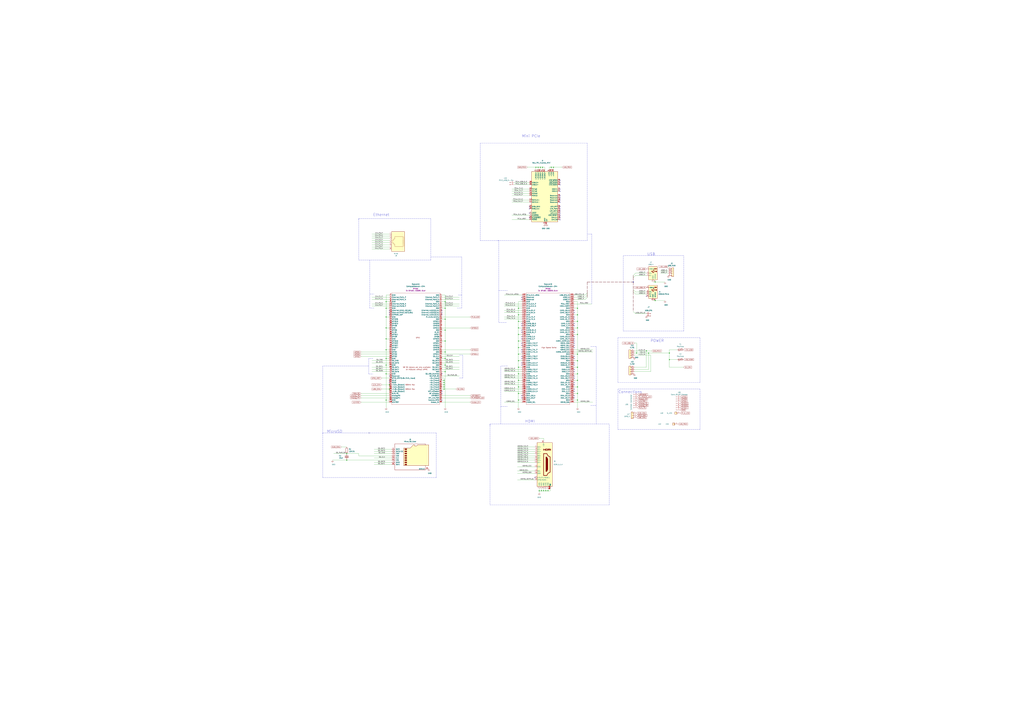
<source format=kicad_sch>
(kicad_sch (version 20201015) (generator eeschema)
  (paper "A0")
  (junction (at 402.59 527.05) (diameter 0.9144))
  (junction (at 402.59 534.67) (diameter 0.9144))
  (junction (at 448.31 350.52) (diameter 0.9144))
  (junction (at 448.31 358.14) (diameter 0.9144))
  (junction (at 448.31 368.3) (diameter 0.9144))
  (junction (at 448.31 381) (diameter 0.9144))
  (junction (at 448.31 393.7) (diameter 0.9144))
  (junction (at 448.31 406.4) (diameter 0.9144))
  (junction (at 448.31 416.56) (diameter 0.9144))
  (junction (at 448.31 424.18) (diameter 0.9144))
  (junction (at 448.31 434.34) (diameter 0.9144))
  (junction (at 448.31 464.82) (diameter 0.9144))
  (junction (at 452.12 447.04) (diameter 0.9144))
  (junction (at 452.12 452.12) (diameter 0.9144))
  (junction (at 515.62 441.96) (diameter 0.9144))
  (junction (at 515.62 444.5) (diameter 0.9144))
  (junction (at 515.62 447.04) (diameter 0.9144))
  (junction (at 515.62 449.58) (diameter 0.9144))
  (junction (at 515.62 452.12) (diameter 0.9144))
  (junction (at 516.89 350.52) (diameter 0.9144))
  (junction (at 516.89 358.14) (diameter 0.9144))
  (junction (at 516.89 370.84) (diameter 0.9144))
  (junction (at 516.89 383.54) (diameter 0.9144))
  (junction (at 516.89 396.24) (diameter 0.9144))
  (junction (at 516.89 408.94) (diameter 0.9144))
  (junction (at 516.89 416.56) (diameter 0.9144))
  (junction (at 516.89 424.18) (diameter 0.9144))
  (junction (at 516.89 431.8) (diameter 0.9144))
  (junction (at 601.98 358.14) (diameter 0.9144))
  (junction (at 601.98 365.76) (diameter 0.9144))
  (junction (at 601.98 373.38) (diameter 0.9144))
  (junction (at 601.98 381) (diameter 0.9144))
  (junction (at 601.98 388.62) (diameter 0.9144))
  (junction (at 601.98 396.24) (diameter 0.9144))
  (junction (at 601.98 403.86) (diameter 0.9144))
  (junction (at 601.98 411.48) (diameter 0.9144))
  (junction (at 601.98 419.1) (diameter 0.9144))
  (junction (at 601.98 426.72) (diameter 0.9144))
  (junction (at 601.98 434.34) (diameter 0.9144))
  (junction (at 601.98 441.96) (diameter 0.9144))
  (junction (at 601.98 449.58) (diameter 0.9144))
  (junction (at 601.98 457.2) (diameter 0.9144))
  (junction (at 601.98 464.82) (diameter 0.9144))
  (junction (at 622.3 194.31) (diameter 0.9144))
  (junction (at 624.84 194.31) (diameter 0.9144))
  (junction (at 626.11 570.23) (diameter 0.9144))
  (junction (at 627.38 194.31) (diameter 0.9144))
  (junction (at 628.65 570.23) (diameter 0.9144))
  (junction (at 629.92 194.31) (diameter 0.9144))
  (junction (at 631.19 570.23) (diameter 0.9144))
  (junction (at 633.73 570.23) (diameter 0.9144))
  (junction (at 636.27 570.23) (diameter 0.9144))
  (junction (at 640.08 194.31) (diameter 0.9144))
  (junction (at 642.62 194.31) (diameter 0.9144))
  (junction (at 670.56 358.14) (diameter 0.9144))
  (junction (at 670.56 365.76) (diameter 0.9144))
  (junction (at 670.56 373.38) (diameter 0.9144))
  (junction (at 670.56 381) (diameter 0.9144))
  (junction (at 670.56 388.62) (diameter 0.9144))
  (junction (at 670.56 411.48) (diameter 0.9144))
  (junction (at 670.56 419.1) (diameter 0.9144))
  (junction (at 670.56 426.72) (diameter 0.9144))
  (junction (at 670.56 434.34) (diameter 0.9144))
  (junction (at 670.56 441.96) (diameter 0.9144))
  (junction (at 670.56 449.58) (diameter 0.9144))
  (junction (at 670.56 457.2) (diameter 0.9144))
  (junction (at 670.56 464.82) (diameter 0.9144))
  (junction (at 739.14 410.21) (diameter 0.9144))
  (junction (at 750.57 407.67) (diameter 0.9144))
  (junction (at 753.11 410.21) (diameter 0.9144))
  (junction (at 760.73 327.66) (diameter 0.9144))
  (junction (at 760.73 349.25) (diameter 0.9144))
  (junction (at 777.24 410.21) (diameter 0.9144))
  (junction (at 777.24 417.83) (diameter 0.9144))
  (junction (at 735.33 327.66) (diameter 0.9144))
  (no_connect (at 650.24 234.95))
  (no_connect (at 605.79 391.16))
  (no_connect (at 666.75 452.12))
  (no_connect (at 614.68 242.57))
  (no_connect (at 614.68 240.03))
  (no_connect (at 605.79 386.08))
  (no_connect (at 666.75 416.56))
  (no_connect (at 513.08 363.22))
  (no_connect (at 452.12 360.68))
  (no_connect (at 605.79 378.46))
  (no_connect (at 605.79 416.56))
  (no_connect (at 666.75 439.42))
  (no_connect (at 666.75 396.24))
  (no_connect (at 605.79 421.64))
  (no_connect (at 513.08 457.2))
  (no_connect (at 650.24 240.03))
  (no_connect (at 666.75 375.92))
  (no_connect (at 666.75 444.5))
  (no_connect (at 666.75 391.16))
  (no_connect (at 452.12 436.88))
  (no_connect (at 605.79 424.18))
  (no_connect (at 650.24 250.19))
  (no_connect (at 513.08 434.34))
  (no_connect (at 650.24 222.25))
  (no_connect (at 650.24 209.55))
  (no_connect (at 605.79 345.44))
  (no_connect (at 605.79 375.92))
  (no_connect (at 666.75 386.08))
  (no_connect (at 666.75 368.3))
  (no_connect (at 605.79 408.94))
  (no_connect (at 605.79 462.28))
  (no_connect (at 666.75 431.8))
  (no_connect (at 650.24 212.09))
  (no_connect (at 650.24 227.33))
  (no_connect (at 666.75 393.7))
  (no_connect (at 614.68 252.73))
  (no_connect (at 452.12 441.96))
  (no_connect (at 666.75 459.74))
  (no_connect (at 452.12 444.5))
  (no_connect (at 605.79 393.7))
  (no_connect (at 605.79 347.98))
  (no_connect (at 605.79 406.4))
  (no_connect (at 666.75 401.32))
  (no_connect (at 650.24 247.65))
  (no_connect (at 452.12 363.22))
  (no_connect (at 513.08 365.76))
  (no_connect (at 666.75 462.28))
  (no_connect (at 513.08 360.68))
  (no_connect (at 605.79 398.78))
  (no_connect (at 750.57 344.17))
  (no_connect (at 650.24 242.57))
  (no_connect (at 452.12 365.76))
  (no_connect (at 650.24 229.87))
  (no_connect (at 666.75 454.66))
  (no_connect (at 666.75 363.22))
  (no_connect (at 614.68 247.65))
  (no_connect (at 666.75 414.02))
  (no_connect (at 605.79 459.74))
  (no_connect (at 650.24 245.11))
  (no_connect (at 666.75 424.18))
  (no_connect (at 666.75 398.78))
  (no_connect (at 666.75 370.84))
  (no_connect (at 666.75 421.64))
  (no_connect (at 666.75 360.68))
  (no_connect (at 666.75 436.88))
  (no_connect (at 666.75 447.04))
  (no_connect (at 621.03 554.99))
  (no_connect (at 605.79 414.02))
  (no_connect (at 513.08 454.66))
  (no_connect (at 666.75 403.86))
  (no_connect (at 666.75 383.54))
  (no_connect (at 650.24 219.71))
  (no_connect (at 666.75 378.46))
  (no_connect (at 605.79 401.32))
  (no_connect (at 650.24 232.41))
  (no_connect (at 650.24 214.63))
  (no_connect (at 513.08 464.82))
  (no_connect (at 666.75 429.26))
  (no_connect (at 605.79 383.54))
  (no_connect (at 650.24 252.73))
  (no_connect (at 650.24 255.27))
  (bus_entry (at 681.99 340.36) (size -2.54 2.54) (stroke (width 0.1524)))
  (bus_entry (at 681.99 342.9) (size -2.54 2.54) (stroke (width 0.1524)))
  (bus_entry (at 681.99 345.44) (size -2.54 2.54) (stroke (width 0.1524)))
  (bus_entry (at 737.87 317.5) (size -2.54 2.54) (stroke (width 0.1524)))
  (bus_entry (at 737.87 320.04) (size -2.54 2.54) (stroke (width 0.1524)))
  (bus_entry (at 737.87 339.09) (size -2.54 -2.54) (stroke (width 0.1524)))
  (bus_entry (at 737.87 341.63) (size -2.54 -2.54) (stroke (width 0.1524)))
  (bus_entry (at 737.87 364.49) (size -2.54 -2.54) (stroke (width 0.1524)))
  (wire (pts (xy 386.08 534.67) (xy 402.59 534.67)))
  (wire (pts (xy 387.35 527.05) (xy 402.59 527.05)))
  (wire (pts (xy 396.24 519.43) (xy 402.59 519.43)))
  (wire (pts (xy 402.59 527.05) (xy 416.56 527.05)))
  (wire (pts (xy 402.59 534.67) (xy 454.66 534.67)))
  (wire (pts (xy 416.56 527.05) (xy 416.56 529.59)))
  (wire (pts (xy 416.56 529.59) (xy 454.66 529.59)))
  (wire (pts (xy 419.1 408.94) (xy 452.12 408.94)))
  (wire (pts (xy 419.1 411.48) (xy 452.12 411.48)))
  (wire (pts (xy 419.1 414.02) (xy 452.12 414.02)))
  (wire (pts (xy 419.1 457.2) (xy 452.12 457.2)))
  (wire (pts (xy 419.1 459.74) (xy 452.12 459.74)))
  (wire (pts (xy 419.1 462.28) (xy 452.12 462.28)))
  (wire (pts (xy 419.1 467.36) (xy 452.12 467.36)))
  (wire (pts (xy 431.8 271.78) (xy 452.12 271.78)))
  (wire (pts (xy 431.8 274.32) (xy 452.12 274.32)))
  (wire (pts (xy 431.8 276.86) (xy 452.12 276.86)))
  (wire (pts (xy 431.8 279.4) (xy 452.12 279.4)))
  (wire (pts (xy 431.8 281.94) (xy 452.12 281.94)))
  (wire (pts (xy 431.8 284.48) (xy 452.12 284.48)))
  (wire (pts (xy 431.8 287.02) (xy 452.12 287.02)))
  (wire (pts (xy 431.8 289.56) (xy 452.12 289.56)))
  (wire (pts (xy 431.8 345.44) (xy 452.12 345.44)))
  (wire (pts (xy 431.8 347.98) (xy 452.12 347.98)))
  (wire (pts (xy 431.8 353.06) (xy 452.12 353.06)))
  (wire (pts (xy 431.8 355.6) (xy 452.12 355.6)))
  (wire (pts (xy 431.8 419.1) (xy 452.12 419.1)))
  (wire (pts (xy 431.8 421.64) (xy 452.12 421.64)))
  (wire (pts (xy 431.8 426.72) (xy 452.12 426.72)))
  (wire (pts (xy 431.8 429.26) (xy 452.12 429.26)))
  (wire (pts (xy 431.8 431.8) (xy 452.12 431.8)))
  (wire (pts (xy 434.34 521.97) (xy 454.66 521.97)))
  (wire (pts (xy 434.34 524.51) (xy 454.66 524.51)))
  (wire (pts (xy 434.34 527.05) (xy 454.66 527.05)))
  (wire (pts (xy 434.34 532.13) (xy 454.66 532.13)))
  (wire (pts (xy 434.34 537.21) (xy 454.66 537.21)))
  (wire (pts (xy 434.34 539.75) (xy 454.66 539.75)))
  (wire (pts (xy 443.23 439.42) (xy 452.12 439.42)))
  (wire (pts (xy 443.23 447.04) (xy 452.12 447.04)))
  (wire (pts (xy 443.23 452.12) (xy 452.12 452.12)))
  (wire (pts (xy 448.31 342.9) (xy 452.12 342.9)))
  (wire (pts (xy 448.31 350.52) (xy 448.31 342.9)))
  (wire (pts (xy 448.31 350.52) (xy 452.12 350.52)))
  (wire (pts (xy 448.31 358.14) (xy 448.31 350.52)))
  (wire (pts (xy 448.31 358.14) (xy 452.12 358.14)))
  (wire (pts (xy 448.31 368.3) (xy 448.31 358.14)))
  (wire (pts (xy 448.31 368.3) (xy 452.12 368.3)))
  (wire (pts (xy 448.31 381) (xy 448.31 368.3)))
  (wire (pts (xy 448.31 381) (xy 452.12 381)))
  (wire (pts (xy 448.31 393.7) (xy 448.31 381)))
  (wire (pts (xy 448.31 393.7) (xy 452.12 393.7)))
  (wire (pts (xy 448.31 406.4) (xy 448.31 393.7)))
  (wire (pts (xy 448.31 406.4) (xy 452.12 406.4)))
  (wire (pts (xy 448.31 416.56) (xy 448.31 406.4)))
  (wire (pts (xy 448.31 416.56) (xy 452.12 416.56)))
  (wire (pts (xy 448.31 424.18) (xy 448.31 416.56)))
  (wire (pts (xy 448.31 424.18) (xy 452.12 424.18)))
  (wire (pts (xy 448.31 434.34) (xy 448.31 424.18)))
  (wire (pts (xy 448.31 434.34) (xy 452.12 434.34)))
  (wire (pts (xy 448.31 464.82) (xy 448.31 434.34)))
  (wire (pts (xy 448.31 464.82) (xy 452.12 464.82)))
  (wire (pts (xy 448.31 473.71) (xy 448.31 464.82)))
  (wire (pts (xy 452.12 447.04) (xy 452.12 449.58)))
  (wire (pts (xy 452.12 452.12) (xy 452.12 454.66)))
  (wire (pts (xy 513.08 345.44) (xy 533.4 345.44)))
  (wire (pts (xy 513.08 347.98) (xy 533.4 347.98)))
  (wire (pts (xy 513.08 350.52) (xy 516.89 350.52)))
  (wire (pts (xy 513.08 353.06) (xy 533.4 353.06)))
  (wire (pts (xy 513.08 355.6) (xy 533.4 355.6)))
  (wire (pts (xy 513.08 358.14) (xy 516.89 358.14)))
  (wire (pts (xy 513.08 368.3) (xy 546.1 368.3)))
  (wire (pts (xy 513.08 370.84) (xy 516.89 370.84)))
  (wire (pts (xy 513.08 381) (xy 546.1 381)))
  (wire (pts (xy 513.08 383.54) (xy 516.89 383.54)))
  (wire (pts (xy 513.08 396.24) (xy 516.89 396.24)))
  (wire (pts (xy 513.08 406.4) (xy 546.1 406.4)))
  (wire (pts (xy 513.08 408.94) (xy 516.89 408.94)))
  (wire (pts (xy 513.08 411.48) (xy 546.1 411.48)))
  (wire (pts (xy 513.08 414.02) (xy 533.4 414.02)))
  (wire (pts (xy 513.08 416.56) (xy 516.89 416.56)))
  (wire (pts (xy 513.08 419.1) (xy 533.4 419.1)))
  (wire (pts (xy 513.08 421.64) (xy 533.4 421.64)))
  (wire (pts (xy 513.08 424.18) (xy 516.89 424.18)))
  (wire (pts (xy 513.08 426.72) (xy 533.4 426.72)))
  (wire (pts (xy 513.08 429.26) (xy 533.4 429.26)))
  (wire (pts (xy 513.08 431.8) (xy 516.89 431.8)))
  (wire (pts (xy 513.08 436.88) (xy 533.4 436.88)))
  (wire (pts (xy 513.08 441.96) (xy 515.62 441.96)))
  (wire (pts (xy 513.08 444.5) (xy 515.62 444.5)))
  (wire (pts (xy 513.08 447.04) (xy 515.62 447.04)))
  (wire (pts (xy 513.08 449.58) (xy 515.62 449.58)))
  (wire (pts (xy 513.08 452.12) (xy 515.62 452.12)))
  (wire (pts (xy 513.08 459.74) (xy 546.1 459.74)))
  (wire (pts (xy 513.08 462.28) (xy 546.1 462.28)))
  (wire (pts (xy 513.08 467.36) (xy 546.1 467.36)))
  (wire (pts (xy 515.62 439.42) (xy 513.08 439.42)))
  (wire (pts (xy 515.62 441.96) (xy 515.62 439.42)))
  (wire (pts (xy 515.62 444.5) (xy 515.62 441.96)))
  (wire (pts (xy 515.62 447.04) (xy 515.62 444.5)))
  (wire (pts (xy 515.62 449.58) (xy 515.62 447.04)))
  (wire (pts (xy 515.62 452.12) (xy 515.62 449.58)))
  (wire (pts (xy 516.89 342.9) (xy 513.08 342.9)))
  (wire (pts (xy 516.89 350.52) (xy 516.89 342.9)))
  (wire (pts (xy 516.89 358.14) (xy 516.89 350.52)))
  (wire (pts (xy 516.89 370.84) (xy 516.89 358.14)))
  (wire (pts (xy 516.89 383.54) (xy 516.89 370.84)))
  (wire (pts (xy 516.89 396.24) (xy 516.89 383.54)))
  (wire (pts (xy 516.89 408.94) (xy 516.89 396.24)))
  (wire (pts (xy 516.89 416.56) (xy 516.89 408.94)))
  (wire (pts (xy 516.89 424.18) (xy 516.89 416.56)))
  (wire (pts (xy 516.89 431.8) (xy 516.89 424.18)))
  (wire (pts (xy 516.89 473.71) (xy 516.89 431.8)))
  (wire (pts (xy 529.59 452.12) (xy 515.62 452.12)))
  (wire (pts (xy 585.47 342.9) (xy 605.79 342.9)))
  (wire (pts (xy 585.47 353.06) (xy 605.79 353.06)))
  (wire (pts (xy 585.47 355.6) (xy 605.79 355.6)))
  (wire (pts (xy 585.47 360.68) (xy 605.79 360.68)))
  (wire (pts (xy 585.47 363.22) (xy 605.79 363.22)))
  (wire (pts (xy 585.47 368.3) (xy 605.79 368.3)))
  (wire (pts (xy 585.47 370.84) (xy 605.79 370.84)))
  (wire (pts (xy 585.47 429.26) (xy 605.79 429.26)))
  (wire (pts (xy 585.47 431.8) (xy 605.79 431.8)))
  (wire (pts (xy 585.47 436.88) (xy 605.79 436.88)))
  (wire (pts (xy 585.47 439.42) (xy 605.79 439.42)))
  (wire (pts (xy 585.47 444.5) (xy 605.79 444.5)))
  (wire (pts (xy 585.47 447.04) (xy 605.79 447.04)))
  (wire (pts (xy 585.47 452.12) (xy 605.79 452.12)))
  (wire (pts (xy 585.47 454.66) (xy 605.79 454.66)))
  (wire (pts (xy 585.47 467.36) (xy 605.79 467.36)))
  (wire (pts (xy 594.36 219.71) (xy 614.68 219.71)))
  (wire (pts (xy 594.36 222.25) (xy 614.68 222.25)))
  (wire (pts (xy 594.36 224.79) (xy 614.68 224.79)))
  (wire (pts (xy 594.36 227.33) (xy 614.68 227.33)))
  (wire (pts (xy 594.36 232.41) (xy 614.68 232.41)))
  (wire (pts (xy 594.36 234.95) (xy 614.68 234.95)))
  (wire (pts (xy 594.36 250.19) (xy 614.68 250.19)))
  (wire (pts (xy 596.9 212.09) (xy 614.68 212.09)))
  (wire (pts (xy 596.9 214.63) (xy 614.68 214.63)))
  (wire (pts (xy 600.71 519.43) (xy 621.03 519.43)))
  (wire (pts (xy 600.71 521.97) (xy 621.03 521.97)))
  (wire (pts (xy 600.71 524.51) (xy 621.03 524.51)))
  (wire (pts (xy 600.71 527.05) (xy 621.03 527.05)))
  (wire (pts (xy 600.71 529.59) (xy 621.03 529.59)))
  (wire (pts (xy 600.71 532.13) (xy 621.03 532.13)))
  (wire (pts (xy 600.71 534.67) (xy 621.03 534.67)))
  (wire (pts (xy 600.71 537.21) (xy 621.03 537.21)))
  (wire (pts (xy 600.71 542.29) (xy 621.03 542.29)))
  (wire (pts (xy 600.71 547.37) (xy 621.03 547.37)))
  (wire (pts (xy 600.71 549.91) (xy 621.03 549.91)))
  (wire (pts (xy 600.71 557.53) (xy 621.03 557.53)))
  (wire (pts (xy 601.98 350.52) (xy 605.79 350.52)))
  (wire (pts (xy 601.98 358.14) (xy 601.98 350.52)))
  (wire (pts (xy 601.98 358.14) (xy 605.79 358.14)))
  (wire (pts (xy 601.98 365.76) (xy 601.98 358.14)))
  (wire (pts (xy 601.98 365.76) (xy 605.79 365.76)))
  (wire (pts (xy 601.98 373.38) (xy 601.98 365.76)))
  (wire (pts (xy 601.98 373.38) (xy 605.79 373.38)))
  (wire (pts (xy 601.98 381) (xy 601.98 373.38)))
  (wire (pts (xy 601.98 381) (xy 605.79 381)))
  (wire (pts (xy 601.98 388.62) (xy 601.98 381)))
  (wire (pts (xy 601.98 388.62) (xy 605.79 388.62)))
  (wire (pts (xy 601.98 396.24) (xy 601.98 388.62)))
  (wire (pts (xy 601.98 396.24) (xy 605.79 396.24)))
  (wire (pts (xy 601.98 403.86) (xy 601.98 396.24)))
  (wire (pts (xy 601.98 403.86) (xy 605.79 403.86)))
  (wire (pts (xy 601.98 411.48) (xy 601.98 403.86)))
  (wire (pts (xy 601.98 411.48) (xy 605.79 411.48)))
  (wire (pts (xy 601.98 419.1) (xy 601.98 411.48)))
  (wire (pts (xy 601.98 419.1) (xy 605.79 419.1)))
  (wire (pts (xy 601.98 426.72) (xy 601.98 419.1)))
  (wire (pts (xy 601.98 426.72) (xy 605.79 426.72)))
  (wire (pts (xy 601.98 434.34) (xy 601.98 426.72)))
  (wire (pts (xy 601.98 434.34) (xy 605.79 434.34)))
  (wire (pts (xy 601.98 441.96) (xy 601.98 434.34)))
  (wire (pts (xy 601.98 441.96) (xy 605.79 441.96)))
  (wire (pts (xy 601.98 449.58) (xy 601.98 441.96)))
  (wire (pts (xy 601.98 449.58) (xy 605.79 449.58)))
  (wire (pts (xy 601.98 457.2) (xy 601.98 449.58)))
  (wire (pts (xy 601.98 457.2) (xy 605.79 457.2)))
  (wire (pts (xy 601.98 464.82) (xy 601.98 457.2)))
  (wire (pts (xy 601.98 464.82) (xy 605.79 464.82)))
  (wire (pts (xy 601.98 473.71) (xy 601.98 464.82)))
  (wire (pts (xy 612.14 194.31) (xy 622.3 194.31)))
  (wire (pts (xy 614.68 255.27) (xy 594.36 255.27)))
  (wire (pts (xy 622.3 194.31) (xy 624.84 194.31)))
  (wire (pts (xy 622.3 196.85) (xy 622.3 194.31)))
  (wire (pts (xy 624.84 194.31) (xy 624.84 196.85)))
  (wire (pts (xy 624.84 194.31) (xy 627.38 194.31)))
  (wire (pts (xy 626.11 567.69) (xy 626.11 570.23)))
  (wire (pts (xy 626.11 570.23) (xy 628.65 570.23)))
  (wire (pts (xy 626.11 572.77) (xy 626.11 570.23)))
  (wire (pts (xy 627.38 194.31) (xy 627.38 196.85)))
  (wire (pts (xy 627.38 194.31) (xy 629.92 194.31)))
  (wire (pts (xy 628.65 567.69) (xy 628.65 570.23)))
  (wire (pts (xy 628.65 570.23) (xy 631.19 570.23)))
  (wire (pts (xy 629.92 194.31) (xy 629.92 196.85)))
  (wire (pts (xy 629.92 194.31) (xy 632.46 194.31)))
  (wire (pts (xy 631.19 509.27) (xy 626.11 509.27)))
  (wire (pts (xy 631.19 511.81) (xy 631.19 509.27)))
  (wire (pts (xy 631.19 567.69) (xy 631.19 570.23)))
  (wire (pts (xy 631.19 570.23) (xy 633.73 570.23)))
  (wire (pts (xy 632.46 194.31) (xy 632.46 196.85)))
  (wire (pts (xy 633.73 567.69) (xy 633.73 570.23)))
  (wire (pts (xy 633.73 570.23) (xy 636.27 570.23)))
  (wire (pts (xy 636.27 567.69) (xy 636.27 570.23)))
  (wire (pts (xy 636.27 570.23) (xy 638.81 570.23)))
  (wire (pts (xy 637.54 194.31) (xy 640.08 194.31)))
  (wire (pts (xy 637.54 196.85) (xy 637.54 194.31)))
  (wire (pts (xy 638.81 570.23) (xy 638.81 567.69)))
  (wire (pts (xy 640.08 194.31) (xy 640.08 196.85)))
  (wire (pts (xy 640.08 194.31) (xy 642.62 194.31)))
  (wire (pts (xy 642.62 194.31) (xy 652.78 194.31)))
  (wire (pts (xy 642.62 196.85) (xy 642.62 194.31)))
  (wire (pts (xy 666.75 358.14) (xy 670.56 358.14)))
  (wire (pts (xy 666.75 365.76) (xy 670.56 365.76)))
  (wire (pts (xy 666.75 373.38) (xy 670.56 373.38)))
  (wire (pts (xy 666.75 381) (xy 670.56 381)))
  (wire (pts (xy 666.75 388.62) (xy 670.56 388.62)))
  (wire (pts (xy 666.75 406.4) (xy 688.34 406.4)))
  (wire (pts (xy 666.75 408.94) (xy 688.34 408.94)))
  (wire (pts (xy 666.75 411.48) (xy 670.56 411.48)))
  (wire (pts (xy 666.75 419.1) (xy 670.56 419.1)))
  (wire (pts (xy 666.75 426.72) (xy 670.56 426.72)))
  (wire (pts (xy 666.75 434.34) (xy 670.56 434.34)))
  (wire (pts (xy 666.75 441.96) (xy 670.56 441.96)))
  (wire (pts (xy 666.75 449.58) (xy 670.56 449.58)))
  (wire (pts (xy 666.75 457.2) (xy 670.56 457.2)))
  (wire (pts (xy 666.75 464.82) (xy 670.56 464.82)))
  (wire (pts (xy 666.75 467.36) (xy 688.34 467.36)))
  (wire (pts (xy 670.56 350.52) (xy 666.75 350.52)))
  (wire (pts (xy 670.56 358.14) (xy 670.56 350.52)))
  (wire (pts (xy 670.56 365.76) (xy 670.56 358.14)))
  (wire (pts (xy 670.56 373.38) (xy 670.56 365.76)))
  (wire (pts (xy 670.56 381) (xy 670.56 373.38)))
  (wire (pts (xy 670.56 388.62) (xy 670.56 381)))
  (wire (pts (xy 670.56 411.48) (xy 670.56 388.62)))
  (wire (pts (xy 670.56 419.1) (xy 670.56 411.48)))
  (wire (pts (xy 670.56 426.72) (xy 670.56 419.1)))
  (wire (pts (xy 670.56 434.34) (xy 670.56 426.72)))
  (wire (pts (xy 670.56 441.96) (xy 670.56 434.34)))
  (wire (pts (xy 670.56 449.58) (xy 670.56 441.96)))
  (wire (pts (xy 670.56 457.2) (xy 670.56 449.58)))
  (wire (pts (xy 670.56 464.82) (xy 670.56 457.2)))
  (wire (pts (xy 670.56 473.71) (xy 670.56 464.82)))
  (wire (pts (xy 679.45 342.9) (xy 666.75 342.9)))
  (wire (pts (xy 679.45 345.44) (xy 666.75 345.44)))
  (wire (pts (xy 679.45 347.98) (xy 666.75 347.98)))
  (wire (pts (xy 687.07 353.06) (xy 666.75 353.06)))
  (wire (pts (xy 736.6 398.78) (xy 739.14 398.78)))
  (wire (pts (xy 736.6 407.67) (xy 750.57 407.67)))
  (wire (pts (xy 736.6 410.21) (xy 739.14 410.21)))
  (wire (pts (xy 736.6 412.75) (xy 755.65 412.75)))
  (wire (pts (xy 736.6 426.72) (xy 750.57 426.72)))
  (wire (pts (xy 736.6 429.26) (xy 753.11 429.26)))
  (wire (pts (xy 736.6 431.8) (xy 755.65 431.8)))
  (wire (pts (xy 739.14 398.78) (xy 739.14 410.21)))
  (wire (pts (xy 739.14 410.21) (xy 753.11 410.21)))
  (wire (pts (xy 750.57 317.5) (xy 737.87 317.5)))
  (wire (pts (xy 750.57 320.04) (xy 737.87 320.04)))
  (wire (pts (xy 750.57 339.09) (xy 737.87 339.09)))
  (wire (pts (xy 750.57 341.63) (xy 737.87 341.63)))
  (wire (pts (xy 750.57 364.49) (xy 737.87 364.49)))
  (wire (pts (xy 750.57 407.67) (xy 756.92 407.67)))
  (wire (pts (xy 750.57 426.72) (xy 750.57 407.67)))
  (wire (pts (xy 753.11 410.21) (xy 777.24 410.21)))
  (wire (pts (xy 753.11 429.26) (xy 753.11 410.21)))
  (wire (pts (xy 755.65 431.8) (xy 755.65 412.75)))
  (wire (pts (xy 758.19 327.66) (xy 760.73 327.66)))
  (wire (pts (xy 758.19 349.25) (xy 760.73 349.25)))
  (wire (pts (xy 760.73 327.66) (xy 772.16 327.66)))
  (wire (pts (xy 760.73 349.25) (xy 772.16 349.25)))
  (wire (pts (xy 767.08 314.96) (xy 775.97 314.96)))
  (wire (pts (xy 767.08 317.5) (xy 775.97 317.5)))
  (wire (pts (xy 775.97 309.88) (xy 775.97 312.42)))
  (wire (pts (xy 777.24 406.4) (xy 777.24 410.21)))
  (wire (pts (xy 777.24 417.83) (xy 777.24 410.21)))
  (wire (pts (xy 777.24 426.72) (xy 777.24 417.83)))
  (wire (pts (xy 786.13 406.4) (xy 777.24 406.4)))
  (wire (pts (xy 786.13 417.83) (xy 777.24 417.83)))
  (wire (pts (xy 793.75 426.72) (xy 777.24 426.72)))
  (bus (pts (xy 427.99 502.92) (xy 429.26 502.92)))
  (bus (pts (xy 681.99 327.66) (xy 681.99 340.36)) (stroke (width 0.305) (type dash) (color 100 12 24 1)))
  (bus (pts (xy 681.99 327.66) (xy 735.33 327.66)) (stroke (width 0) (type dash) (color 100 12 24 1)))
  (bus (pts (xy 681.99 340.36) (xy 681.99 342.9)) (stroke (width 0.305) (type dash) (color 100 12 24 1)))
  (bus (pts (xy 681.99 342.9) (xy 681.99 345.44)) (stroke (width 0.305) (type dash) (color 100 12 24 1)))
  (bus (pts (xy 735.33 320.04) (xy 735.33 322.58)) (stroke (width 0) (type dash) (color 100 12 24 1)))
  (bus (pts (xy 735.33 322.58) (xy 735.33 327.66)) (stroke (width 0) (type dash) (color 100 12 24 1)))
  (bus (pts (xy 735.33 327.66) (xy 735.33 336.55)) (stroke (width 0) (type dash) (color 100 12 24 1)))
  (bus (pts (xy 735.33 336.55) (xy 735.33 339.09)) (stroke (width 0) (type dash) (color 100 12 24 1)))
  (bus (pts (xy 735.33 339.09) (xy 735.33 361.95)) (stroke (width 0) (type dash) (color 100 12 24 1)))
  (polyline (pts (xy 374.65 425.45) (xy 374.65 504.19)) (stroke (width 0) (type dash)))
  (polyline (pts (xy 374.65 502.92) (xy 374.65 554.99)) (stroke (width 0) (type dash)))
  (polyline (pts (xy 374.65 502.92) (xy 506.73 502.92)) (stroke (width 0) (type dash)))
  (polyline (pts (xy 374.65 554.99) (xy 506.73 554.99)) (stroke (width 0) (type dash)))
  (polyline (pts (xy 416.56 254) (xy 416.56 255.27)) (stroke (width 0) (type dash)))
  (polyline (pts (xy 416.56 254) (xy 416.56 302.26)) (stroke (width 0) (type dash)))
  (polyline (pts (xy 416.56 302.26) (xy 500.38 302.26)) (stroke (width 0) (type dash)))
  (polyline (pts (xy 427.99 416.56) (xy 427.99 434.34)) (stroke (width 0) (type dash)))
  (polyline (pts (xy 427.99 425.45) (xy 374.65 425.45)) (stroke (width 0) (type dash)))
  (polyline (pts (xy 427.99 434.34) (xy 433.07 434.34)) (stroke (width 0) (type dash)))
  (polyline (pts (xy 429.26 302.26) (xy 429.26 341.63)) (stroke (width 0) (type dash)))
  (polyline (pts (xy 429.26 341.63) (xy 434.34 341.63)) (stroke (width 0) (type dash)))
  (polyline (pts (xy 429.26 358.14) (xy 429.26 341.63)) (stroke (width 0) (type dash)))
  (polyline (pts (xy 433.07 416.56) (xy 427.99 416.56)) (stroke (width 0) (type dash)))
  (polyline (pts (xy 434.34 358.14) (xy 429.26 358.14)) (stroke (width 0) (type dash)))
  (polyline (pts (xy 500.38 254) (xy 416.56 254)) (stroke (width 0) (type dash)))
  (polyline (pts (xy 500.38 302.26) (xy 500.38 254)) (stroke (width 0) (type dash)))
  (polyline (pts (xy 506.73 554.99) (xy 506.73 502.92)) (stroke (width 0) (type dash)))
  (polyline (pts (xy 530.86 358.14) (xy 535.94 358.14)) (stroke (width 0) (type dash)))
  (polyline (pts (xy 532.13 342.9) (xy 535.94 342.9)) (stroke (width 0) (type dash)))
  (polyline (pts (xy 533.4 412.75) (xy 537.21 412.75)) (stroke (width 0) (type dash)))
  (polyline (pts (xy 533.4 439.42) (xy 537.21 439.42)) (stroke (width 0) (type dash)))
  (polyline (pts (xy 535.94 298.45) (xy 500.38 298.45)) (stroke (width 0) (type dash)))
  (polyline (pts (xy 535.94 342.9) (xy 535.94 298.45)) (stroke (width 0) (type dash)))
  (polyline (pts (xy 535.94 358.14) (xy 535.94 342.9)) (stroke (width 0) (type dash)))
  (polyline (pts (xy 537.21 412.75) (xy 537.21 439.42)) (stroke (width 0) (type dash)))
  (polyline (pts (xy 557.53 166.37) (xy 557.53 279.4)) (stroke (width 0) (type dash)))
  (polyline (pts (xy 557.53 279.4) (xy 681.99 279.4)) (stroke (width 0) (type dash)))
  (polyline (pts (xy 568.96 492.76) (xy 568.96 495.3)) (stroke (width 0) (type dash)))
  (polyline (pts (xy 568.96 492.76) (xy 568.96 586.74)) (stroke (width 0) (type dash)))
  (polyline (pts (xy 568.96 586.74) (xy 707.39 586.74)) (stroke (width 0) (type dash)))
  (polyline (pts (xy 579.12 279.4) (xy 577.85 279.4)) (stroke (width 0) (type dash)))
  (polyline (pts (xy 579.12 337.82) (xy 579.12 279.4)) (stroke (width 0) (type dash)))
  (polyline (pts (xy 579.12 337.82) (xy 589.28 337.82)) (stroke (width 0) (type dash)))
  (polyline (pts (xy 579.12 374.65) (xy 579.12 337.82)) (stroke (width 0) (type dash)))
  (polyline (pts (xy 581.66 425.45) (xy 581.66 472.44)) (stroke (width 0) (type dash)))
  (polyline (pts (xy 581.66 472.44) (xy 581.66 492.76)) (stroke (width 0) (type dash)))
  (polyline (pts (xy 581.66 472.44) (xy 589.28 472.44)) (stroke (width 0) (type dash)))
  (polyline (pts (xy 588.01 374.65) (xy 579.12 374.65)) (stroke (width 0) (type dash)))
  (polyline (pts (xy 589.28 425.45) (xy 581.66 425.45)) (stroke (width 0) (type dash)))
  (polyline (pts (xy 681.99 166.37) (xy 557.53 166.37)) (stroke (width 0) (type dash)))
  (polyline (pts (xy 681.99 279.4) (xy 681.99 166.37)) (stroke (width 0) (type dash)))
  (polyline (pts (xy 685.8 402.59) (xy 692.15 402.59)) (stroke (width 0) (type dash)))
  (polyline (pts (xy 685.8 471.17) (xy 692.15 471.17)) (stroke (width 0) (type dash)))
  (polyline (pts (xy 687.07 271.78) (xy 681.99 271.78)) (stroke (width 0) (type dash)))
  (polyline (pts (xy 687.07 353.06) (xy 687.07 271.78)) (stroke (width 0) (type dash)))
  (polyline (pts (xy 692.15 402.59) (xy 692.15 471.17)) (stroke (width 0) (type dash)))
  (polyline (pts (xy 692.15 471.17) (xy 692.15 492.76)) (stroke (width 0) (type dash)))
  (polyline (pts (xy 707.39 492.76) (xy 568.96 492.76)) (stroke (width 0) (type dash)))
  (polyline (pts (xy 707.39 586.74) (xy 707.39 492.76)) (stroke (width 0) (type dash)))
  (polyline (pts (xy 717.55 392.43) (xy 717.55 444.5)) (stroke (width 0) (type dash)))
  (polyline (pts (xy 717.55 444.5) (xy 812.8 444.5)) (stroke (width 0) (type dash)))
  (polyline (pts (xy 717.55 452.12) (xy 717.55 499.11)) (stroke (width 0) (type dash)))
  (polyline (pts (xy 717.55 499.11) (xy 812.8 499.11)) (stroke (width 0) (type dash)))
  (polyline (pts (xy 723.9 297.18) (xy 723.9 384.81)) (stroke (width 0) (type dash)))
  (polyline (pts (xy 723.9 384.81) (xy 793.75 384.81)) (stroke (width 0) (type dash)))
  (polyline (pts (xy 793.75 297.18) (xy 723.9 297.18)) (stroke (width 0) (type dash)))
  (polyline (pts (xy 793.75 384.81) (xy 793.75 297.18)) (stroke (width 0) (type dash)))
  (polyline (pts (xy 812.8 392.43) (xy 717.55 392.43)) (stroke (width 0) (type dash)))
  (polyline (pts (xy 812.8 444.5) (xy 812.8 392.43)) (stroke (width 0) (type dash)))
  (polyline (pts (xy 812.8 452.12) (xy 717.55 452.12)) (stroke (width 0) (type dash)))
  (polyline (pts (xy 812.8 499.11) (xy 812.8 452.12)) (stroke (width 0) (type dash)))
  (text "MicroSD\n\n" (at 397.51 508 180) (effects (font (size 3 3)) (justify right bottom)))
  (text "Ethernet" (at 452.12 251.46 180) (effects (font (size 3 3)) (justify right bottom)))
  (text "HDMI" (at 621.03 491.49 180) (effects (font (size 3 3)) (justify right bottom)))
  (text "Mini PCIe\n" (at 627.38 160.02 180) (effects (font (size 3 3)) (justify right bottom)))
  (text "Connections\n" (at 745.49 457.2 180) (effects (font (size 3 3)) (justify right bottom)))
  (text "USB" (at 760.73 297.18 180) (effects (font (size 3 3)) (justify right bottom)))
  (text "POWER\n\n" (at 770.89 402.59 180) (effects (font (size 3 3)) (justify right bottom)))
  (label "SD_PWR_ON" (at 401.32 527.05 180))
  (label "Eth_P0_P" (at 444.5 271.78 180))
  (label "Eth_P0_N" (at 444.5 274.32 180))
  (label "Eth_P1_P" (at 444.5 276.86 180))
  (label "Eth_P2_P" (at 444.5 279.4 180))
  (label "Eth_P2_N" (at 444.5 281.94 180))
  (label "Eth_P1_N" (at 444.5 284.48 180))
  (label "Eth_P3_P" (at 444.5 287.02 180))
  (label "Eth_P3_N" (at 444.5 289.56 180))
  (label "Eth_P1_P" (at 444.5 345.44 180))
  (label "Eth_P1_N" (at 444.5 347.98 180))
  (label "Eth_P0_N" (at 444.5 353.06 180))
  (label "Eth_P0_P" (at 444.5 355.6 180))
  (label "SD_CMD" (at 444.5 419.1 180))
  (label "SD_DAT5" (at 444.5 421.64 180))
  (label "SD_DAT4" (at 444.5 426.72 180))
  (label "SD_DAT7" (at 444.5 429.26 180))
  (label "SD_DAT6" (at 444.5 431.8 180))
  (label "SD_DAT2" (at 447.04 521.97 180))
  (label "SD_DAT3" (at 447.04 524.51 180))
  (label "SD_CMD" (at 447.04 527.05 180))
  (label "SD_CLK" (at 447.04 532.13 180))
  (label "SD_DAT0" (at 447.04 537.21 180))
  (label "SD_DAT1" (at 447.04 539.75 180))
  (label "Eth_P3_P" (at 525.78 345.44 180))
  (label "Eth_P3_N" (at 525.78 347.98 180))
  (label "Eth_P2_N" (at 525.78 353.06 180))
  (label "Eth_P2_P" (at 525.78 355.6 180))
  (label "SD_CLK" (at 525.78 414.02 180))
  (label "SD_DAT3" (at 525.78 419.1 180))
  (label "SD_DAT0" (at 525.78 421.64 180))
  (label "SD_DAT1" (at 525.78 426.72 180))
  (label "SD_DAT2" (at 525.78 429.26 180))
  (label "SD_PWR_ON" (at 530.86 436.88 180))
  (label "PCIe_CLK_P" (at 598.17 353.06 180))
  (label "PCIe_CLK_N" (at 598.17 355.6 180))
  (label "PCIe_RX_P" (at 598.17 360.68 180))
  (label "PCIe_RX_N" (at 598.17 363.22 180))
  (label "PCIe_TX_P" (at 598.17 368.3 180))
  (label "PCIe_TX_N" (at 598.17 370.84 180))
  (label "HDMI0_TX2_P" (at 598.17 429.26 180))
  (label "HDMI0_TX2_N" (at 598.17 431.8 180))
  (label "HDMI0_TX1_P" (at 598.17 436.88 180))
  (label "HDMI0_TX1_N" (at 598.17 439.42 180))
  (label "HDMI0_TX0_P" (at 598.17 444.5 180))
  (label "HDMI0_TX0_N" (at 598.17 447.04 180))
  (label "HDMI0_CLK_P" (at 598.17 452.12 180))
  (label "HDMI0_CLK_N" (at 598.17 454.66 180))
  (label "HDMI0_SCL" (at 598.17 467.36 180))
  (label "PCIe_CLK_nREQ" (at 601.98 342.9 180))
  (label "PCIe_TX_N" (at 607.06 219.71 180))
  (label "PCIe_TX_P" (at 607.06 222.25 180))
  (label "PCIe_RX_N" (at 607.06 224.79 180))
  (label "PCIe_RX_P" (at 607.06 227.33 180))
  (label "PCIe_CLK_N" (at 607.06 232.41 180))
  (label "PCIe_CLK_P" (at 607.06 234.95 180))
  (label "PCIe_CLK_nREQ" (at 610.87 250.19 180))
  (label "PCIe_nRST" (at 610.87 255.27 180))
  (label "PCIe_USB_D_P" (at 612.14 212.09 180))
  (label "PCIe_USB_D_N" (at 612.14 214.63 180))
  (label "HDMI0_TX2_P" (at 613.41 519.43 180))
  (label "HDMI0_TX2_N" (at 613.41 521.97 180))
  (label "HDMI0_TX1_P" (at 613.41 524.51 180))
  (label "HDMI0_TX1_N" (at 613.41 527.05 180))
  (label "HDMI0_TX0_P" (at 613.41 529.59 180))
  (label "HDMI0_TX0_N" (at 613.41 532.13 180))
  (label "HDMI0_CLK_P" (at 613.41 534.67 180))
  (label "HDMI0_CLK_N" (at 613.41 537.21 180))
  (label "HDMI0_SCL" (at 613.41 547.37 180))
  (label "HDMI0_CEC" (at 617.22 542.29 180))
  (label "HDMI0_SDA" (at 617.22 549.91 180))
  (label "HDMI0_HOTPLUG" (at 619.76 557.53 180))
  (label "USB_OTG_ID" (at 678.18 342.9 180))
  (label "USB2_N" (at 678.18 345.44 180))
  (label "USB2_P" (at 678.18 347.98 180))
  (label "PCIe_nRST" (at 683.26 353.06 180))
  (label "HDMI0_CEC" (at 684.53 406.4 180))
  (label "HDMI0_SDA" (at 684.53 467.36 180))
  (label "HDMI0_HOTPLUG" (at 687.07 408.94 180))
  (label "USB2_P" (at 749.3 317.5 180))
  (label "USB2_N" (at 749.3 320.04 180))
  (label "USB2_P" (at 749.3 339.09 180))
  (label "USB2_N" (at 749.3 341.63 180))
  (label "USB_OTG_ID" (at 749.3 364.49 180))
  (label "+3.3V_IN" (at 749.3 407.67 180))
  (label "+5V_IN" (at 749.3 410.21 180))
  (label "+12V_IN" (at 749.3 412.75 180))
  (label "USB2_N" (at 774.7 314.96 180))
  (label "USB2_P" (at 774.7 317.5 180))
  (global_label "3.3V_CM4" (shape input) (at 396.24 519.43 180) (property "Intersheet References" "${INTERSHEET_REFS}" (effects hide)))
  (global_label "GPIO4" (shape input) (at 419.1 408.94 180) (property "Intersheet References" "${INTERSHEET_REFS}" (effects hide)) (effects (font italic)))
  (global_label "GPIO3" (shape input) (at 419.1 411.48 180) (property "Intersheet References" "${INTERSHEET_REFS}" (effects hide)) (effects (font italic)))
  (global_label "GPIO2" (shape input) (at 419.1 414.02 180) (property "Intersheet References" "${INTERSHEET_REFS}" (effects hide)) (effects (font italic)))
  (global_label "RUN_PG" (shape input) (at 419.1 457.2 180) (property "Intersheet References" "${INTERSHEET_REFS}" (effects hide)) (effects (font italic)))
  (global_label "Analog_P0" (shape input) (at 419.1 459.74 180) (property "Intersheet References" "${INTERSHEET_REFS}" (effects hide)) (effects (font italic)))
  (global_label "Analog_P1" (shape input) (at 419.1 462.28 180) (property "Intersheet References" "${INTERSHEET_REFS}" (effects hide)) (effects (font italic)))
  (global_label "nEXTRST" (shape input) (at 419.1 467.36 180) (property "Intersheet References" "${INTERSHEET_REFS}" (effects hide)) (effects (font italic)))
  (global_label "GPIO_VREF" (shape input) (at 443.23 439.42 180) (property "Intersheet References" "${INTERSHEET_REFS}" (effects hide)))
  (global_label "3.3V_CM4" (shape input) (at 443.23 447.04 180) (property "Intersheet References" "${INTERSHEET_REFS}" (effects hide)))
  (global_label "1.8V_CM4" (shape input) (at 443.23 452.12 180) (property "Intersheet References" "${INTERSHEET_REFS}" (effects hide)))
  (global_label "5V_CM4" (shape input) (at 529.59 452.12 0) (property "Intersheet References" "${INTERSHEET_REFS}" (effects hide)))
  (global_label "PI_N_LED" (shape input) (at 546.1 368.3 0) (property "Intersheet References" "${INTERSHEET_REFS}" (effects hide)))
  (global_label "GPIO12" (shape input) (at 546.1 381 0) (property "Intersheet References" "${INTERSHEET_REFS}" (effects hide)))
  (global_label "GPIO15" (shape input) (at 546.1 406.4 0) (property "Intersheet References" "${INTERSHEET_REFS}" (effects hide)))
  (global_label "GPIO14" (shape input) (at 546.1 411.48 0) (property "Intersheet References" "${INTERSHEET_REFS}" (effects hide)))
  (global_label "nRPIBOOT" (shape input) (at 546.1 459.74 0) (property "Intersheet References" "${INTERSHEET_REFS}" (effects hide)))
  (global_label "PI_POWER_LED" (shape input) (at 546.1 462.28 0) (property "Intersheet References" "${INTERSHEET_REFS}" (effects hide)))
  (global_label "Global_EN" (shape input) (at 546.1 467.36 0) (property "Intersheet References" "${INTERSHEET_REFS}" (effects hide)))
  (global_label "3V3_PCIE" (shape input) (at 612.14 194.31 180) (property "Intersheet References" "${INTERSHEET_REFS}" (effects hide)))
  (global_label "+5V_HDMI" (shape input) (at 626.11 509.27 180) (property "Intersheet References" "${INTERSHEET_REFS}" (effects hide)))
  (global_label "1V5_PCIE" (shape input) (at 652.78 194.31 0) (property "Intersheet References" "${INTERSHEET_REFS}" (effects hide)))
  (global_label "+5V_USB_IN" (shape input) (at 736.6 398.78 180) (property "Intersheet References" "${INTERSHEET_REFS}" (effects hide)))
  (global_label "3.3V_CM4" (shape input) (at 739.14 480.06 0) (property "Intersheet References" "${INTERSHEET_REFS}" (effects hide)))
  (global_label "GPIO_VREF" (shape input) (at 739.14 482.6 0) (property "Intersheet References" "${INTERSHEET_REFS}" (effects hide)))
  (global_label "1.8V_CM4" (shape input) (at 739.14 485.14 0) (property "Intersheet References" "${INTERSHEET_REFS}" (effects hide)))
  (global_label "nRPIBOOT" (shape input) (at 740.41 458.47 0) (property "Intersheet References" "${INTERSHEET_REFS}" (effects hide)))
  (global_label "PI_POWER_LED" (shape input) (at 740.41 461.01 0) (property "Intersheet References" "${INTERSHEET_REFS}" (effects hide)))
  (global_label "Global_EN" (shape input) (at 740.41 463.55 0) (property "Intersheet References" "${INTERSHEET_REFS}" (effects hide)))
  (global_label "nEXTRST" (shape input) (at 740.41 466.09 0) (property "Intersheet References" "${INTERSHEET_REFS}" (effects hide)) (effects (font italic)))
  (global_label "Analog_P1" (shape input) (at 740.41 468.63 0) (property "Intersheet References" "${INTERSHEET_REFS}" (effects hide)) (effects (font italic)))
  (global_label "Analog_P0" (shape input) (at 740.41 471.17 0) (property "Intersheet References" "${INTERSHEET_REFS}" (effects hide)) (effects (font italic)))
  (global_label "RUN_PG" (shape input) (at 740.41 473.71 0) (property "Intersheet References" "${INTERSHEET_REFS}" (effects hide)) (effects (font italic)))
  (global_label "+5V_USB" (shape input) (at 750.57 312.42 180) (property "Intersheet References" "${INTERSHEET_REFS}" (effects hide)))
  (global_label "+5V_USB_IN" (shape input) (at 750.57 334.01 180) (property "Intersheet References" "${INTERSHEET_REFS}" (effects hide)))
  (global_label "3V3_PCIE" (shape input) (at 756.92 407.67 0) (property "Intersheet References" "${INTERSHEET_REFS}" (effects hide)))
  (global_label "+5V_USB" (shape input) (at 775.97 309.88 180) (property "Intersheet References" "${INTERSHEET_REFS}" (effects hide)))
  (global_label "1V5_PCIE" (shape input) (at 787.4 492.76 0) (property "Intersheet References" "${INTERSHEET_REFS}" (effects hide)))
  (global_label "GPIO2" (shape input) (at 789.94 461.01 0) (property "Intersheet References" "${INTERSHEET_REFS}" (effects hide)) (effects (font italic)))
  (global_label "GPIO3" (shape input) (at 789.94 463.55 0) (property "Intersheet References" "${INTERSHEET_REFS}" (effects hide)) (effects (font italic)))
  (global_label "GPIO4" (shape input) (at 789.94 466.09 0) (property "Intersheet References" "${INTERSHEET_REFS}" (effects hide)) (effects (font italic)))
  (global_label "GPIO12" (shape input) (at 789.94 468.63 0) (property "Intersheet References" "${INTERSHEET_REFS}" (effects hide)))
  (global_label "GPIO15" (shape input) (at 789.94 471.17 0) (property "Intersheet References" "${INTERSHEET_REFS}" (effects hide)))
  (global_label "GPIO14" (shape input) (at 789.94 473.71 0) (property "Intersheet References" "${INTERSHEET_REFS}" (effects hide)))
  (global_label "GND" (shape input) (at 789.94 476.25 0) (property "Intersheet References" "${INTERSHEET_REFS}" (effects hide)))
  (global_label "PI_N_LED" (shape input) (at 789.94 480.06 0) (property "Intersheet References" "${INTERSHEET_REFS}" (effects hide)))
  (global_label "+5V_USB" (shape input) (at 793.75 406.4 0) (property "Intersheet References" "${INTERSHEET_REFS}" (effects hide)))
  (global_label "+5V_HDMI" (shape input) (at 793.75 417.83 0) (property "Intersheet References" "${INTERSHEET_REFS}" (effects hide)))
  (global_label "5V_CM4" (shape input) (at 793.75 426.72 0) (property "Intersheet References" "${INTERSHEET_REFS}" (effects hide)))
  (symbol (lib_id "power:GND") (at 386.08 534.67 0) (unit 1)
    (property "Reference" "#PWR0101" (effects hide))
    (property "Value" "GND" (at 387.35 539.75 0))
  )
  (symbol (lib_id "power:GND") (at 448.31 473.71 0) (unit 1)
    (property "Reference" "#PWR01" (effects hide))
    (property "Value" "GND" (at 449.58 478.79 0))
  )
  (symbol (lib_id "power:GND") (at 497.84 544.83 0) (unit 1)
    (property "Reference" "#PWR010" (effects hide))
    (property "Value" "GND" (at 499.11 549.91 0))
  )
  (symbol (lib_id "power:GND") (at 516.89 473.71 0) (unit 1)
    (property "Reference" "#PWR02" (effects hide))
    (property "Value" "GND" (at 518.16 478.79 0))
  )
  (symbol (lib_id "power:GND") (at 601.98 473.71 0) (unit 1)
    (property "Reference" "#PWR03" (effects hide))
    (property "Value" "GND" (at 603.25 478.79 0))
  )
  (symbol (lib_id "power:GND") (at 626.11 572.77 0) (mirror y) (unit 1)
    (property "Reference" "#PWR04" (effects hide))
    (property "Value" "GND" (at 626.11 577.85 0))
  )
  (symbol (lib_id "power:GND") (at 632.46 260.35 0) (unit 1)
    (property "Reference" "#PWR05" (effects hide))
    (property "Value" "GND" (at 631.19 265.43 0))
  )
  (symbol (lib_id "power:GND") (at 635 260.35 0) (unit 1)
    (property "Reference" "#PWR0105" (effects hide))
    (property "Value" "GND" (at 636.27 265.43 0))
  )
  (symbol (lib_id "power:GND") (at 670.56 473.71 0) (unit 1)
    (property "Reference" "#PWR06" (effects hide))
    (property "Value" "GND" (at 671.83 478.79 0))
  )
  (symbol (lib_id "power:GND") (at 736.6 415.29 0) (unit 1)
    (property "Reference" "#PWR0104" (effects hide))
    (property "Value" "GND" (at 739.14 415.29 0))
  )
  (symbol (lib_id "power:GND") (at 736.6 434.34 0) (unit 1)
    (property "Reference" "#PWR0103" (effects hide))
    (property "Value" "GND" (at 737.87 439.42 0))
  )
  (symbol (lib_id "power:GND") (at 750.57 367.03 0) (unit 1)
    (property "Reference" "#PWR07" (effects hide))
    (property "Value" "GND" (at 751.84 372.11 0))
  )
  (symbol (lib_id "power:GND") (at 772.16 327.66 0) (unit 1)
    (property "Reference" "#PWR08" (effects hide))
    (property "Value" "GND" (at 773.43 332.74 0))
  )
  (symbol (lib_id "power:GND") (at 772.16 349.25 0) (unit 1)
    (property "Reference" "#PWR09" (effects hide))
    (property "Value" "GND" (at 773.43 354.33 0))
  )
  (symbol (lib_id "power:GND") (at 775.97 320.04 0) (unit 1)
    (property "Reference" "#PWR0102" (effects hide))
    (property "Value" "GND" (at 777.24 325.12 0))
  )
  (symbol (lib_id "Device:R") (at 402.59 523.24 0) (unit 1)
    (property "Reference" "R1" (at 405.13 521.97 0) (effects (justify left)))
    (property "Value" "12K1%" (at 405.13 524.51 0) (effects (justify left)))
    (property "Footprint" "Resistor_SMD:R_1206_3216Metric" (effects hide))
  )
  (symbol (lib_id "Connector_Generic:Conn_01x01") (at 782.32 492.76 180) (unit 1)
    (property "Reference" "J42" (at 765.81 492.76 0))
    (property "Value" "1V5" (at 774.7 492.76 0))
    (property "Footprint" "Connector_PinHeader_2.54mm:PinHeader_1x01_P2.54mm_Vertical" (effects hide))
  )
  (symbol (lib_id "Connector_Generic:Conn_01x01") (at 784.86 480.06 180) (unit 1)
    (property "Reference" "J40" (at 768.35 480.06 0))
    (property "Value" "N_LED" (at 777.24 480.06 0))
    (property "Footprint" "Connector_PinHeader_2.54mm:PinHeader_1x01_P2.54mm_Vertical" (effects hide))
  )
  (symbol (lib_id "Connector:Conn_01x02_Male") (at 591.82 212.09 0) (unit 1)
    (property "Reference" "J10" (at 586.74 207.01 0))
    (property "Value" "PCIE_USB_D-/D+" (at 588.01 209.55 0))
    (property "Footprint" "Connector_PinHeader_2.54mm:PinHeader_1x02_P2.54mm_Vertical" (effects hide))
  )
  (symbol (lib_id "Connector:Conn_01x02_Male") (at 755.65 364.49 0) (mirror y) (unit 1)
    (property "Reference" "J7" (at 753.11 356.87 0))
    (property "Value" "USB_OTG" (at 753.11 360.68 0))
    (property "Footprint" "Connector_PinHeader_2.54mm:PinHeader_1x02_P2.54mm_Vertical" (effects hide))
  )
  (symbol (lib_id "Device:Polyfuse") (at 789.94 406.4 90) (unit 1)
    (property "Reference" "F1" (at 789.94 400.05 90))
    (property "Value" "Polyfuse" (at 789.94 402.59 90))
    (property "Footprint" "Resistor_SMD:R_0805_2012Metric" (effects hide))
  )
  (symbol (lib_id "Device:Polyfuse") (at 789.94 417.83 90) (unit 1)
    (property "Reference" "F2" (at 789.94 411.48 90))
    (property "Value" "Polyfuse" (at 789.94 414.02 90))
    (property "Footprint" "Resistor_SMD:R_0805_2012Metric" (effects hide))
  )
  (symbol (lib_id "Device:C") (at 402.59 530.86 0) (unit 1)
    (property "Reference" "C1" (at 393.7 529.59 0) (effects (justify left)))
    (property "Value" "10uf" (at 393.7 532.13 0) (effects (justify left)))
    (property "Footprint" "Capacitor_SMD:C_1206_3216Metric" (effects hide))
  )
  (symbol (lib_id "Connector_Generic:Conn_01x03") (at 734.06 482.6 0) (mirror y) (unit 1)
    (property "Reference" "J17" (at 731.52 481.33 0) (effects (justify left)))
    (property "Value" "GPIO_V" (at 731.52 483.87 0) (effects (justify left)))
    (property "Footprint" "Connector_PinHeader_2.54mm:PinHeader_1x03_P2.54mm_Vertical_SMD_Pin1Right" (effects hide))
  )
  (symbol (lib_id "Connector_Generic:Conn_01x04") (at 731.52 412.75 180) (unit 1)
    (property "Reference" "J11" (at 734.06 401.32 0))
    (property "Value" "V_IN1" (at 734.06 403.86 0))
    (property "Footprint" "Connector_PinHeader_2.54mm:PinHeader_1x04_P2.54mm_Vertical" (effects hide))
  )
  (symbol (lib_id "Connector_Generic:Conn_01x04") (at 731.52 431.8 180) (unit 1)
    (property "Reference" "J12" (at 734.06 420.37 0))
    (property "Value" "V_IN2" (at 734.06 422.91 0))
    (property "Footprint" "Connector_PinHeader_2.54mm:PinHeader_1x04_P2.54mm_Vertical" (effects hide))
  )
  (symbol (lib_id "Connector_Generic:Conn_01x04") (at 781.05 317.5 0) (mirror x) (unit 1)
    (property "Reference" "J3" (at 779.78 306.07 0))
    (property "Value" "USB_HUB" (at 779.78 308.61 0))
    (property "Footprint" "Connector_PinHeader_2.54mm:PinHeader_1x04_P2.54mm_Vertical" (effects hide))
  )
  (symbol (lib_id "Connector:Conn_01x07_Female") (at 735.33 466.09 0) (mirror y) (unit 1)
    (property "Reference" "J20" (at 727.71 469.9 0))
    (property "Value" "Controll Connector" (at 732.79 467.36 90))
    (property "Footprint" "Connector_PinHeader_2.54mm:PinHeader_1x07_P2.54mm_Vertical" (effects hide))
  )
  (symbol (lib_id "Connector:Conn_01x07_Female") (at 784.86 468.63 0) (mirror y) (unit 1)
    (property "Reference" "J30" (at 788.67 455.93 0))
    (property "Value" "Conn_01x07_Female" (at 788.67 458.47 0))
    (property "Footprint" "Connector_PinSocket_2.54mm:PinSocket_1x07_P2.54mm_Vertical" (effects hide))
  )
  (symbol (lib_id "Connector:USB_A") (at 758.19 317.5 0) (mirror y) (unit 1)
    (property "Reference" "J2" (at 755.65 304.8 0))
    (property "Value" "USB_A" (at 755.65 307.34 0))
    (property "Footprint" "Connector_USB:USB_A_CONNFLY_DS1095-WNR0" (effects hide))
    (property "Datasheet" " ~" (effects hide))
  )
  (symbol (lib_id "Connector:USB_B_Micro") (at 758.19 339.09 0) (mirror y) (unit 1)
    (property "Reference" "J4" (at 764.54 339.09 0) (effects (justify right)))
    (property "Value" "USB_B_Micro" (at 764.54 341.63 0) (effects (justify right)))
    (property "Footprint" "Connector_USB:USB_Mini-B_Lumberg_2486_01_Horizontal" (effects hide))
  )
  (symbol (lib_id "Connector:RJ45") (at 462.28 279.4 180) (unit 1)
    (property "Reference" "J9" (at 459.74 297.18 0))
    (property "Value" "RJ45" (at 459.74 294.64 0))
    (property "Footprint" "Connector_RJ:RJ45_Ninigi_GE" (effects hide))
  )
  (symbol (lib_id "CM4IO:HDMI_A_1.4") (at 631.19 539.75 0) (unit 1)
    (property "Reference" "J6" (at 642.62 535.94 0) (effects (justify left)))
    (property "Value" "HDMI_A_1.4" (at 642.62 539.75 0) (effects (justify left)))
    (property "Footprint" "CM4IO:EDAC 690-019-298-412" (effects hide))
    (property "Datasheet" "https://en.wikipedia.org/wiki/HDMI" (effects hide))
  )
  (symbol (lib_id "Connector:Micro_SD_Card") (at 477.52 529.59 0) (unit 1)
    (property "Reference" "J5" (at 476.25 510.54 0))
    (property "Value" "Micro_SD_Card" (at 476.25 513.08 0))
    (property "Footprint" "SD:Conn_uSDcard" (effects hide))
    (property "Datasheet" "http://katalog.we-online.de/em/datasheet/693072010801.pdf" (effects hide))
  )
  (symbol (lib_id "Connector:Bus_PCI_Express_Mini") (at 632.46 229.87 0) (unit 1)
    (property "Reference" "J1" (at 629.92 186.69 0))
    (property "Value" "Bus_PCI_Express_Mini" (at 628.65 189.23 0))
    (property "Footprint" "Connector_PCBEdge:BUS_PCI_Express_Mini_Half" (effects hide))
  )
  (symbol (lib_id "CM4IO:ComputeModule4-CM4") (at 485.14 398.78 0) (unit 1)
    (property "Reference" "Module1" (at 482.6 330.2 0))
    (property "Value" "ComputeModule4-CM4" (at 482.6 332.74 0))
    (property "Footprint" "CM4IO:Raspberry-Pi-4-Compute-Module" (effects hide))
    (property "Field4" "Hirose" (at 482.6 335.28 0))
    (property "Field5" "2x DF40C-100DS-0.4V" (at 482.6 337.82 0))
  )
  (symbol (lib_id "CM4IO:ComputeModule4-CM4") (at 496.57 403.86 0) (unit 2)
    (property "Reference" "Module1" (at 636.27 330.2 0))
    (property "Value" "ComputeModule4-CM4" (at 636.27 332.74 0))
    (property "Footprint" "CM4IO:Raspberry-Pi-4-Compute-Module" (effects hide))
    (property "Field4" "Hirose" (at 636.27 335.28 0))
    (property "Field5" "2x DF40C-100DS-0.4V" (at 636.27 337.82 0))
  )
)
</source>
